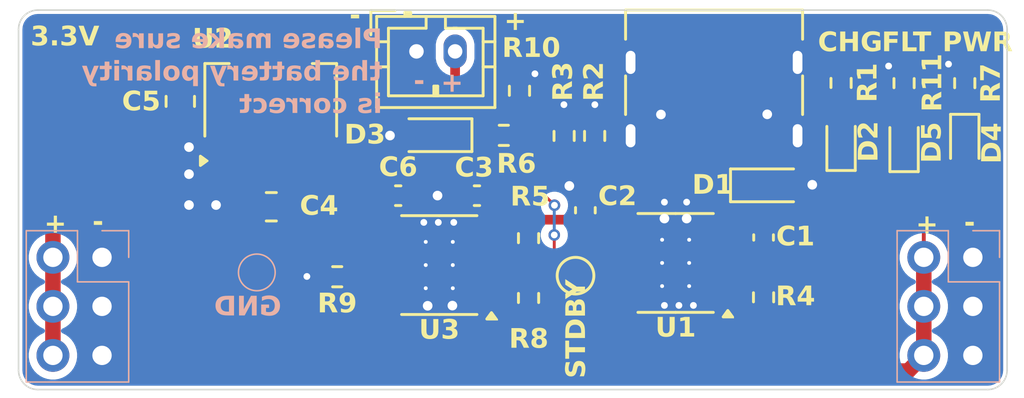
<source format=kicad_pcb>
(kicad_pcb (version 20241229) (generator "pcbnew") (generator_version "9.0")
  (title_block (title "BreadBat") (date "2025-05-19") (rev "v1.0.0") (company "oxnh"))
  (layers (0 "F.Cu" signal) (2 "B.Cu" signal) (13 "F.Paste" user) (15 "B.Paste" user) (5 "F.SilkS" user "F.Silkscreen") (7 "B.SilkS" user "B.Silkscreen") (1 "F.Mask" user) (3 "B.Mask" user) (25 "Edge.Cuts" user))
  (net 0 "")
  (net 1 "+BATT")
  (net 2 "GND")
  (net 3 "/PRTCD_BAT")
  (net 4 "+3.3V")
  (net 5 "/WLED_K")
  (net 6 "VBUS")
  (net 7 "/FAULT_A")
  (net 8 "/FAULT_K")
  (net 9 "/CHRG_A")
  (net 10 "/CHRG_K")
  (net 11 "/CC1")
  (net 12 "/CC2")
  (net 13 "/OV_TH")
  (net 14 "/CURRENT_LIMIT")
  (net 15 "/PROG")
  (net 17 "UV_TH")
  (net 18 "/STDBY")
  (footprint "Capacitor_SMD:C_0603_1608Metric" (layer "F.Cu") (at 117.1075 68.2075 -90)
    (property "Reference" "C1" (at -0.005 -1.65 0) (layer "F.SilkS") (effects (font (thickness 0.153))))
    (property "Value" "10u" (hide yes))
    (fp_line (start -0.14058 0.51) (end 0.14058 0.51) (stroke (width 0.15)) (layer "F.SilkS"))
    (fp_line (start -0.14058 -0.51) (end 0.14058 -0.51) (stroke (width 0.15)) (layer "F.SilkS"))
    (pad "1" smd roundrect (at -0.775 0 270) (size 0.9 0.95) (layers "F.Cu" "F.Mask" "F.Paste") (net 6 "VBUS"))
    (pad "2" smd roundrect (at 0.775 0 270) (size 0.9 0.95) (layers "F.Cu" "F.Mask" "F.Paste") (net 2 "GND"))
  )
  (footprint "TestPoint:TestPoint_Pad_D1.5mm" (layer "F.Cu") (at 107.3775 70.1875)
    (property "Reference" "TP1" (hide yes))
    (property "Value" "TestPoint" (hide yes))
    (fp_circle (center 0 0) (end 0 0.95) (stroke (width 0.15)) (fill no) (layer "F.SilkS"))
    (pad "1" smd circle (at 0 0) (size 1.5 1.5) (layers "F.Cu" "F.Mask") (net 18 "/STDBY"))
  )
  (footprint "Package_TO_SOT_SMD:SOT-223-3_TabPin2" (layer "F.Cu") (at 91.6075 61.1075 90)
    (property "Reference" "U2" (at 3.15 -3 180) (layer "F.SilkS") (effects (font (thickness 0.153))))
    (property "Value" "AMS1117-3.3" (hide yes))
    (fp_line (start 1.91 -3.41) (end 1.91 -2.15) (stroke (width 0.15)) (layer "F.SilkS"))
    (fp_line (start -1.85 -3.41) (end 1.91 -3.41) (stroke (width 0.15)) (layer "F.SilkS"))
    (fp_line (start 1.91 3.41) (end 1.91 2.15) (stroke (width 0.15)) (layer "F.SilkS"))
    (fp_line (start -1.85 3.41) (end 1.91 3.41) (stroke (width 0.15)) (layer "F.SilkS"))
    (fp_poly (pts (xy -3.13 -3.31) (xy -3.37 -3.64) (xy -2.89 -3.64) (xy -3.13 -3.31)) (stroke (width 0.15)) (fill yes) (layer "F.SilkS"))
    (pad "1" smd roundrect (at -3.15 -2.3 90) (size 2 1.5) (layers "F.Cu" "F.Mask" "F.Paste") (net 2 "GND"))
    (pad "2" smd roundrect (at -3.15 0 90) (size 2 1.5) (layers "F.Cu" "F.Mask" "F.Paste") (net 4 "+3.3V"))
    (pad "2" smd roundrect (at 3.15 0 90) (size 2 3.8) (layers "F.Cu" "F.Mask" "F.Paste") (net 4 "+3.3V"))
    (pad "3" smd roundrect (at -3.15 2.3 90) (size 2 1.5) (layers "F.Cu" "F.Mask" "F.Paste") (net 3 "/PRTCD_BAT"))
  )
  (footprint "Resistor_SMD:R_0603_1608Metric" (layer "F.Cu") (at 104.9475 68.2425 -90)
    (property "Reference" "R5" (at -2.105 -0.08 180) (layer "F.SilkS") (effects (font (thickness 0.153))))
    (property "Value" "68k" (hide yes))
    (fp_line (start -0.237258 0.5225) (end 0.237258 0.5225) (stroke (width 0.15)) (layer "F.SilkS"))
    (fp_line (start -0.237258 -0.5225) (end 0.237258 -0.5225) (stroke (width 0.15)) (layer "F.SilkS"))
    (pad "1" smd roundrect (at -0.825 0 270) (size 0.8 0.95) (layers "F.Cu" "F.Mask" "F.Paste") (net 1 "+BATT"))
    (pad "2" smd roundrect (at 0.825 0 270) (size 0.8 0.95) (layers "F.Cu" "F.Mask" "F.Paste") (net 17 "UV_TH"))
  )
  (footprint "Package_SO:SOIC-8-1EP_3.9x4.9mm_P1.27mm_EP2.41x3.3mm_ThermalVias" (layer "F.Cu") (at 100.3275 69.6375 180)
    (property "Reference" "U3" (at 0 -3.4 0) (layer "F.SilkS") (effects (font (thickness 0.153))))
    (property "Value" "TPS259621")
    (fp_line (start 0 2.56) (end 1.95 2.56) (stroke (width 0.15)) (layer "F.SilkS"))
    (fp_line (start 0 2.56) (end -1.95 2.56) (stroke (width 0.15)) (layer "F.SilkS"))
    (fp_line (start 0 -2.56) (end 1.95 -2.56) (stroke (width 0.15)) (layer "F.SilkS"))
    (fp_line (start 0 -2.56) (end -1.95 -2.56) (stroke (width 0.15)) (layer "F.SilkS"))
    (fp_poly (pts (xy -2.7 -2.465) (xy -2.94 -2.795) (xy -2.46 -2.795)) (stroke (width 0.15)) (fill yes) (layer "F.SilkS"))
    (pad "1" smd roundrect (at -2.475 -1.905 180) (size 1.95 0.6) (layers "F.Cu" "F.Mask" "F.Paste") (net 2 "GND"))
    (pad "2" smd roundrect (at -2.475 -0.635 180) (size 1.95 0.6) (layers "F.Cu" "F.Mask" "F.Paste"))
    (pad "3" smd roundrect (at -2.475 0.635 180) (size 1.95 0.6) (layers "F.Cu" "F.Mask" "F.Paste") (net 17 "UV_TH"))
    (pad "4" smd roundrect (at -2.475 1.905 180) (size 1.95 0.6) (layers "F.Cu" "F.Mask" "F.Paste") (net 1 "+BATT"))
    (pad "5" smd roundrect (at 2.475 1.905 180) (size 1.95 0.6) (layers "F.Cu" "F.Mask" "F.Paste") (net 3 "/PRTCD_BAT"))
    (pad "6" smd roundrect (at 2.475 0.635 180) (size 1.95 0.6) (layers "F.Cu" "F.Mask" "F.Paste") (net 8 "/FAULT_K"))
    (pad "7" smd roundrect (at 2.475 -0.635 180) (size 1.95 0.6) (layers "F.Cu" "F.Mask" "F.Paste") (net 14 "/CURRENT_LIMIT"))
    (pad "8" smd roundrect (at 2.475 -1.905 180) (size 1.95 0.6) (layers "F.Cu" "F.Mask" "F.Paste") (net 13 "/OV_TH"))
    (pad "9" thru_hole circle (at -0.7 -1.2 180) (size 0.5 0.5) (drill 0.2) (property pad_prop_heatsink) (layers "*.Cu") (net 2 "GND"))
    (pad "9" thru_hole circle (at -0.7 0 180) (size 0.5 0.5) (drill 0.2) (property pad_prop_heatsink) (layers "*.Cu") (net 2 "GND"))
    (pad "9" thru_hole circle (at -0.7 1.2 180) (size 0.5 0.5) (drill 0.2) (property pad_prop_heatsink) (layers "*.Cu") (net 2 "GND"))
    (pad "9" smd rect (at 0 0 180) (size 1.9 2.9) (property pad_prop_heatsink) (layers "B.Cu") (net 2 "GND"))
    (pad "9" smd rect (at 0 0 180) (size 2.41 3.3) (property pad_prop_heatsink) (layers "F.Cu" "F.Mask") (net 2 "GND"))
    (pad "9" thru_hole circle (at 0.7 -1.2 180) (size 0.5 0.5) (drill 0.2) (property pad_prop_heatsink) (layers "*.Cu") (net 2 "GND"))
    (pad "9" thru_hole circle (at 0.7 0 180) (size 0.5 0.5) (drill 0.2) (property pad_prop_heatsink) (layers "*.Cu") (net 2 "GND"))
    (pad "9" thru_hole circle (at 0.7 1.2 180) (size 0.5 0.5) (drill 0.2) (property pad_prop_heatsink) (layers "*.Cu") (net 2 "GND"))
  )
  (footprint "Resistor_SMD:R_0603_1608Metric" (layer "F.Cu") (at 117.1075 71.3075 -90)
    (property "Reference" "R4" (at -0.005 -1.65 180) (layer "F.SilkS") (effects (font (thickness 0.153))))
    (property "Value" "1k2" (hide yes))
    (fp_line (start -0.237258 0.5225) (end 0.237258 0.5225) (stroke (width 0.15)) (layer "F.SilkS"))
    (fp_line (start -0.237258 -0.5225) (end 0.237258 -0.5225) (stroke (width 0.15)) (layer "F.SilkS"))
    (pad "1" smd roundrect (at -0.825 0 270) (size 0.8 0.95) (layers "F.Cu" "F.Mask" "F.Paste") (net 15 "/PROG"))
    (pad "2" smd roundrect (at 0.825 0 270) (size 0.8 0.95) (layers "F.Cu" "F.Mask" "F.Paste") (net 2 "GND"))
  )
  (footprint "Capacitor_SMD:C_0805_2012Metric" (layer "F.Cu") (at 91.6375 66.6175 180)
    (property "Reference" "C4" (at -2.47 0 180) (layer "F.SilkS") (effects (font (thickness 0.153))))
    (property "Value" "22u" (hide yes))
    (fp_line (start -0.261252 0.735) (end 0.261252 0.735) (stroke (width 0.15)) (layer "F.SilkS"))
    (fp_line (start -0.261252 -0.735) (end 0.261252 -0.735) (stroke (width 0.15)) (layer "F.SilkS"))
    (pad "1" smd roundrect (at -0.95 0 180) (size 1 1.45) (layers "F.Cu" "F.Mask" "F.Paste") (net 3 "/PRTCD_BAT"))
    (pad "2" smd roundrect (at 0.95 0 180) (size 1 1.45) (layers "F.Cu" "F.Mask" "F.Paste") (net 2 "GND"))
  )
  (footprint "Resistor_SMD:R_0603_1608Metric" (layer "F.Cu") (at 103.6675 62.9175 180)
    (property "Reference" "R6" (at -0.65 -1.52 0) (layer "F.SilkS") (effects (font (thickness 0.153))))
    (property "Value" "120k" (hide yes))
    (fp_line (start -0.237258 0.5225) (end 0.237258 0.5225) (stroke (width 0.15)) (layer "F.SilkS"))
    (fp_line (start -0.237258 -0.5225) (end 0.237258 -0.5225) (stroke (width 0.15)) (layer "F.SilkS"))
    (pad "1" smd roundrect (at -0.825 0 180) (size 0.8 0.95) (layers "F.Cu" "F.Mask" "F.Paste") (net 13 "/OV_TH"))
    (pad "2" smd roundrect (at 0.825 0 180) (size 0.8 0.95) (layers "F.Cu" "F.Mask" "F.Paste") (net 1 "+BATT"))
  )
  (footprint "breadbat:JST_PH_B2B-PH-K_1x02_P2.00mm_Vertical" (layer "F.Cu") (at 99.1475 58.5675)
    (property "Reference" "BT1" (hide yes))
    (property "Value" "Battery_Cell" (hide yes))
    (fp_line (start -2.36 -2.11) (end -2.36 -0.86) (stroke (width 0.15)) (layer "F.SilkS"))
    (fp_line (start -2.06 -1.81) (end -2.06 2.91) (stroke (width 0.15)) (layer "F.SilkS"))
    (fp_line (start -2.06 -0.5) (end -1.45 -0.5) (stroke (width 0.15)) (layer "F.SilkS"))
    (fp_line (start -2.06 0.8) (end -1.45 0.8) (stroke (width 0.15)) (layer "F.SilkS"))
    (fp_line (start -2.06 2.91) (end 4.06 2.91) (stroke (width 0.15)) (layer "F.SilkS"))
    (fp_line (start -1.45 -1.2) (end -1.45 2.3) (stroke (width 0.15)) (layer "F.SilkS"))
    (fp_line (start -1.45 2.3) (end 3.45 2.3) (stroke (width 0.15)) (layer "F.SilkS"))
    (fp_line (start -1.11 -2.11) (end -2.36 -2.11) (stroke (width 0.15)) (layer "F.SilkS"))
    (fp_line (start -0.6 -2.01) (end -0.6 -1.81) (stroke (width 0.15)) (layer "F.SilkS"))
    (fp_line (start -0.3 -2.01) (end -0.6 -2.01) (stroke (width 0.15)) (layer "F.SilkS"))
    (fp_line (start -0.3 -1.91) (end -0.6 -1.91) (stroke (width 0.15)) (layer "F.SilkS"))
    (fp_line (start -0.3 -1.81) (end -0.3 -2.01) (stroke (width 0.15)) (layer "F.SilkS"))
    (fp_line (start 0.5 -1.81) (end 0.5 -1.2) (stroke (width 0.15)) (layer "F.SilkS"))
    (fp_line (start 0.5 -1.2) (end -1.45 -1.2) (stroke (width 0.15)) (layer "F.SilkS"))
    (fp_line (start 0.9 1.8) (end 1.1 1.8) (stroke (width 0.15)) (layer "F.SilkS"))
    (fp_line (start 0.9 2.3) (end 0.9 1.8) (stroke (width 0.15)) (layer "F.SilkS"))
    (fp_line (start 1 2.3) (end 1 1.8) (stroke (width 0.15)) (layer "F.SilkS"))
    (fp_line (start 1.1 1.8) (end 1.1 2.3) (stroke (width 0.15)) (layer "F.SilkS"))
    (fp_line (start 1.5 -1.2) (end 1.5 -1.81) (stroke (width 0.15)) (layer "F.SilkS"))
    (fp_line (start 3.45 -1.2) (end 1.5 -1.2) (stroke (width 0.15)) (layer "F.SilkS"))
    (fp_line (start 3.45 2.3) (end 3.45 -1.2) (stroke (width 0.15)) (layer "F.SilkS"))
    (fp_line (start 4.06 -1.81) (end -2.06 -1.81) (stroke (width 0.15)) (layer "F.SilkS"))
    (fp_line (start 4.06 -0.5) (end 3.45 -0.5) (stroke (width 0.15)) (layer "F.SilkS"))
    (fp_line (start 4.06 0.8) (end 3.45 0.8) (stroke (width 0.15)) (layer "F.SilkS"))
    (fp_line (start 4.06 2.91) (end 4.06 -1.81) (stroke (width 0.15)) (layer "F.SilkS"))
    (pad "1" thru_hole oval (at 2 0) (size 1.2 1.75) (drill 0.75) (layers "*.Cu" "*.Mask") (net 1 "+BATT"))
    (pad "2" thru_hole roundrect (at 0 0) (size 1.2 1.75) (drill 0.75) (layers "*.Cu" "*.Mask") (roundrect_rratio 0.208333) (net 2 "GND"))
  )
  (footprint "Resistor_SMD:R_0603_1608Metric" (layer "F.Cu") (at 104.9475 71.3425 -90)
    (property "Reference" "R8" (at 2.165 -0.01 180) (layer "F.SilkS") (effects (font (thickness 0.153))))
    (property "Value" "47k" (hide yes))
    (fp_line (start -0.237258 0.5225) (end 0.237258 0.5225) (stroke (width 0.15)) (layer "F.SilkS"))
    (fp_line (start -0.237258 -0.5225) (end 0.237258 -0.5225) (stroke (width 0.15)) (layer "F.SilkS"))
    (pad "1" smd roundrect (at -0.825 0 270) (size 0.8 0.95) (layers "F.Cu" "F.Mask" "F.Paste") (net 17 "UV_TH"))
    (pad "2" smd roundrect (at 0.825 0 270) (size 0.8 0.95) (layers "F.Cu" "F.Mask" "F.Paste") (net 2 "GND"))
  )
  (footprint "Diode_SMD:D_SOD-323_HandSoldering" (layer "F.Cu") (at 100.0075 62.9075 180)
    (property "Reference" "D3" (at 3.53 -0.02 180) (layer "F.SilkS") (effects (font (thickness 0.153))))
    (property "Value" "D_TVS" (hide yes))
    (fp_line (start -2.01 0.85) (end 1.25 0.85) (stroke (width 0.15)) (layer "F.SilkS"))
    (fp_line (start -2.01 -0.85) (end 1.25 -0.85) (stroke (width 0.15)) (layer "F.SilkS"))
    (fp_line (start -2.01 -0.85) (end -2.01 0.85) (stroke (width 0.15)) (layer "F.SilkS"))
    (pad "1" smd roundrect (at -1.25 0 180) (size 1 1) (layers "F.Cu" "F.Mask" "F.Paste") (net 1 "+BATT"))
    (pad "2" smd roundrect (at 1.25 0 180) (size 1 1) (layers "F.Cu" "F.Mask" "F.Paste") (net 2 "GND"))
  )
  (footprint "Resistor_SMD:R_0603_1608Metric" (layer "F.Cu") (at 95.0475 70.2425 180)
    (property "Reference" "R9" (at 0 -1.43 0) (layer "F.SilkS") (effects (font (thickness 0.153))))
    (property "Value" "3k3" (hide yes))
    (fp_line (start -0.237258 0.5225) (end 0.237258 0.5225) (stroke (width 0.15)) (layer "F.SilkS"))
    (fp_line (start -0.237258 -0.5225) (end 0.237258 -0.5225) (stroke (width 0.15)) (layer "F.SilkS"))
    (pad "1" smd roundrect (at -0.825 0 180) (size 0.8 0.95) (layers "F.Cu" "F.Mask" "F.Paste") (net 14 "/CURRENT_LIMIT"))
    (pad "2" smd roundrect (at 0.825 0 180) (size 0.8 0.95) (layers "F.Cu" "F.Mask" "F.Paste") (net 2 "GND"))
  )
  (footprint "LED_SMD:LED_0603_1608Metric" (layer "F.Cu") (at 121.1175 63.2525 90)
    (property "Reference" "D2" (at 0.015 1.47 90) (layer "F.SilkS") (effects (font (thickness 0.153))))
    (property "Value" "ORANGE" (hide yes))
    (fp_line (start 0.8 -0.735) (end -1.485 -0.735) (stroke (width 0.15)) (layer "F.SilkS"))
    (fp_line (start -1.485 -0.735) (end -1.485 0.735) (stroke (width 0.15)) (layer "F.SilkS"))
    (fp_line (start -1.485 0.735) (end 0.8 0.735) (stroke (width 0.15)) (layer "F.SilkS"))
    (pad "1" smd roundrect (at -0.7875 0 90) (size 0.875 0.95) (layers "F.Cu" "F.Mask" "F.Paste") (net 10 "/CHRG_K"))
    (pad "2" smd roundrect (at 0.7875 0 90) (size 0.875 0.95) (layers "F.Cu" "F.Mask" "F.Paste") (net 9 "/CHRG_A"))
  )
  (footprint "Diode_SMD:D_SOD-323_HandSoldering" (layer "F.Cu") (at 117.4075 65.5075)
    (property "Reference" "D1" (at -2.93 0.02 0) (layer "F.SilkS") (effects (font (thickness 0.153))))
    (property "Value" "D_TVS" (hide yes))
    (fp_line (start -2.01 -0.85) (end -2.01 0.85) (stroke (width 0.15)) (layer "F.SilkS"))
    (fp_line (start -2.01 -0.85) (end 1.25 -0.85) (stroke (width 0.15)) (layer "F.SilkS"))
    (fp_line (start -2.01 0.85) (end 1.25 0.85) (stroke (width 0.15)) (layer "F.SilkS"))
    (pad "1" smd roundrect (at -1.25 0) (size 1 1) (layers "F.Cu" "F.Mask" "F.Paste") (net 6 "VBUS"))
    (pad "2" smd roundrect (at 1.25 0) (size 1 1) (layers "F.Cu" "F.Mask" "F.Paste") (net 2 "GND"))
  )
  (footprint "LED_SMD:LED_0603_1608Metric" (layer "F.Cu") (at 127.5175 63.3125 -90)
    (property "Reference" "D4" (at 0.01 -1.45 90) (layer "F.SilkS") (effects (font (thickness 0.153))))
    (property "Value" "WHITE" (hide yes))
    (fp_line (start -1.485 0.735) (end 0.8 0.735) (stroke (width 0.15)) (layer "F.SilkS"))
    (fp_line (start -1.485 -0.735) (end -1.485 0.735) (stroke (width 0.15)) (layer "F.SilkS"))
    (fp_line (start 0.8 -0.735) (end -1.485 -0.735) (stroke (width 0.15)) (layer "F.SilkS"))
    (pad "1" smd roundrect (at -0.7875 0 270) (size 0.875 0.95) (layers "F.Cu" "F.Mask" "F.Paste") (net 5 "/WLED_K"))
    (pad "2" smd roundrect (at 0.7875 0 270) (size 0.875 0.95) (layers "F.Cu" "F.Mask" "F.Paste") (net 4 "+3.3V"))
  )
  (footprint "Resistor_SMD:R_0603_1608Metric" (layer "F.Cu") (at 104.4775 60.6075 90)
    (property "Reference" "R10" (at 2.17 0.61 180) (layer "F.SilkS") (effects (font (thickness 0.153))))
    (property "Value" "47k" (hide yes))
    (fp_line (start -0.237258 -0.5225) (end 0.237258 -0.5225) (stroke (width 0.15)) (layer "F.SilkS"))
    (fp_line (start -0.237258 0.5225) (end 0.237258 0.5225) (stroke (width 0.15)) (layer "F.SilkS"))
    (pad "1" smd roundrect (at -0.825 0 90) (size 0.8 0.95) (layers "F.Cu" "F.Mask" "F.Paste") (net 13 "/OV_TH"))
    (pad "2" smd roundrect (at 0.825 0 90) (size 0.8 0.95) (layers "F.Cu" "F.Mask" "F.Paste") (net 2 "GND"))
  )
  (footprint "Capacitor_SMD:C_0603_1608Metric" (layer "F.Cu") (at 107.8875 66.7975 90)
    (property "Reference" "C2" (at 0.68 1.66 0) (layer "F.SilkS") (effects (font (thickness 0.153))))
    (property "Value" "10u" (hide yes))
    (fp_line (start -0.14058 -0.51) (end 0.14058 -0.51) (stroke (width 0.15)) (layer "F.SilkS"))
    (fp_line (start -0.14058 0.51) (end 0.14058 0.51) (stroke (width 0.15)) (layer "F.SilkS"))
    (pad "1" smd roundrect (at -0.775 0 90) (size 0.9 0.95) (layers "F.Cu" "F.Mask" "F.Paste") (net 1 "+BATT"))
    (pad "2" smd roundrect (at 0.775 0 90) (size 0.9 0.95) (layers "F.Cu" "F.Mask" "F.Paste") (net 2 "GND"))
  )
  (footprint "Resistor_SMD:R_0603_1608Metric" (layer "F.Cu") (at 108.3675 62.9475 90)
    (property "Reference" "R2" (at 2.82 0.01 90) (layer "F.SilkS") (effects (font (thickness 0.153))))
    (property "Value" "5k1" (hide yes))
    (fp_line (start -0.237258 -0.5225) (end 0.237258 -0.5225) (stroke (width 0.15)) (layer "F.SilkS"))
    (fp_line (start -0.237258 0.5225) (end 0.237258 0.5225) (stroke (width 0.15)) (layer "F.SilkS"))
    (pad "1" smd roundrect (at -0.825 0 90) (size 0.8 0.95) (layers "F.Cu" "F.Mask" "F.Paste") (net 12 "/CC2"))
    (pad "2" smd roundrect (at 0.825 0 90) (size 0.8 0.95) (layers "F.Cu" "F.Mask" "F.Paste") (net 2 "GND"))
  )
  (footprint "Resistor_SMD:R_0603_1608Metric" (layer "F.Cu") (at 124.3775 60.2125 -90)
    (property "Reference" "R11" (at -0.025 -1.51 90) (layer "F.SilkS") (effects (font (thickness 0.153))))
    (property "Value" "1k2" (hide yes))
    (fp_line (start -0.237258 0.5225) (end 0.237258 0.5225) (stroke (width 0.15)) (layer "F.SilkS"))
    (fp_line (start -0.237258 -0.5225) (end 0.237258 -0.5225) (stroke (width 0.15)) (layer "F.SilkS"))
    (pad "1" smd roundrect (at -0.825 0 270) (size 0.8 0.95) (layers "F.Cu" "F.Mask" "F.Paste") (net 2 "GND"))
    (pad "2" smd roundrect (at 0.825 0 270) (size 0.8 0.95) (layers "F.Cu" "F.Mask" "F.Paste") (net 7 "/FAULT_A"))
  )
  (footprint "Capacitor_SMD:C_0603_1608Metric" (layer "F.Cu") (at 102.2775 66.0425 180)
    (property "Reference" "C3" (at 0.15 1.405 0) (layer "F.SilkS") (effects (font (thickness 0.153))))
    (property "Value" "100n" (hide yes))
    (fp_line (start -0.14058 0.51) (end 0.14058 0.51) (stroke (width 0.15)) (layer "F.SilkS"))
    (fp_line (start -0.14058 -0.51) (end 0.14058 -0.51) (stroke (width 0.15)) (layer "F.SilkS"))
    (pad "1" smd roundrect (at -0.775 0 180) (size 0.9 0.95) (layers "F.Cu" "F.Mask" "F.Paste") (net 1 "+BATT"))
    (pad "2" smd roundrect (at 0.775 0 180) (size 0.9 0.95) (layers "F.Cu" "F.Mask" "F.Paste") (net 2 "GND"))
  )
  (footprint "LED_SMD:LED_0603_1608Metric" (layer "F.Cu") (at 124.3775 63.3125 90)
    (property "Reference" "D5" (at 0.025 1.48 90) (layer "F.SilkS") (effects (font (thickness 0.153))))
    (property "Value" "RED" (hide yes))
    (fp_line (start 0.8 -0.735) (end -1.485 -0.735) (stroke (width 0.15)) (layer "F.SilkS"))
    (fp_line (start -1.485 -0.735) (end -1.485 0.735) (stroke (width 0.15)) (layer "F.SilkS"))
    (fp_line (start -1.485 0.735) (end 0.8 0.735) (stroke (width 0.15)) (layer "F.SilkS"))
    (pad "1" smd roundrect (at -0.7875 0 90) (size 0.875 0.95) (layers "F.Cu" "F.Mask" "F.Paste") (net 8 "/FAULT_K"))
    (pad "2" smd roundrect (at 0.7875 0 90) (size 0.875 0.95) (layers "F.Cu" "F.Mask" "F.Paste") (net 7 "/FAULT_A"))
  )
  (footprint "Capacitor_SMD:C_0805_2012Metric" (layer "F.Cu") (at 86.9275 61.1575 -90)
    (property "Reference" "C5" (at 0.05 2.02 180) (layer "F.SilkS") (effects (font (thickness 0.153))))
    (property "Value" "22u" (hide yes))
    (fp_line (start -0.261252 0.735) (end 0.261252 0.735) (stroke (width 0.15)) (layer "F.SilkS"))
    (fp_line (start -0.261252 -0.735) (end 0.261252 -0.735) (stroke (width 0.15)) (layer "F.SilkS"))
    (pad "1" smd roundrect (at -0.95 0 270) (size 1 1.45) (layers "F.Cu" "F.Mask" "F.Paste") (net 4 "+3.3V"))
    (pad "2" smd roundrect (at 0.95 0 270) (size 1 1.45) (layers "F.Cu" "F.Mask" "F.Paste") (net 2 "GND"))
  )
  (footprint "Connector_USB:USB_C_Receptacle_HRO_TYPE-C-31-M-17" (layer "F.Cu") (at 114.5475 59.9375 180)
    (property "Reference" "J1" (hide yes))
    (property "Value" "USB_C_Receptacle_PowerOnly_6P" (hide yes))
    (fp_line (start 4.58 2) (end 4.58 3.51) (stroke (width 0.15)) (layer "F.SilkS"))
    (fp_line (start 4.58 -1.9) (end 4.58 0.1) (stroke (width 0.15)) (layer "F.SilkS"))
    (fp_line (start -4.58 3.51) (end 4.58 3.51) (stroke (width 0.15)) (layer "F.SilkS"))
    (fp_line (start -4.58 2) (end -4.58 3.51) (stroke (width 0.15)) (layer "F.SilkS"))
    (fp_line (start -4.58 -1.9) (end -4.58 0.1) (stroke (width 0.15)) (layer "F.SilkS"))
    (pad "A5" smd roundrect (at -0.5 -3.18 180) (size 0.7 1.6) (layers "F.Cu" "F.Mask" "F.Paste") (net 11 "/CC1"))
    (pad "A9" smd roundrect (at 1.52 -3.18 180) (size 0.8 1.6) (layers "F.Cu" "F.Mask" "F.Paste") (net 6 "VBUS"))
    (pad "A12" smd roundrect (at 2.75 -3.18 180) (size 0.9 1.6) (layers "F.Cu" "F.Mask" "F.Paste") (net 2 "GND"))
    (pad "B5" smd roundrect (at 0.5 -3.18 180) (size 0.7 1.6) (layers "F.Cu" "F.Mask" "F.Paste") (net 12 "/CC2"))
    (pad "B9" smd roundrect (at -1.52 -3.18 180) (size 0.8 1.6) (layers "F.Cu" "F.Mask" "F.Paste") (net 6 "VBUS"))
    (pad "B12" smd roundrect (at -2.75 -3.18 180) (size 0.9 1.6) (layers "F.Cu" "F.Mask" "F.Paste") (net 2 "GND"))
    (pad "S1" thru_hole oval (at -4.32 -3 180) (size 1 1.7) (drill oval 0.5 1.2) (property pad_prop_heatsink) (layers "*.Cu" "*.Mask") (net 2 "GND"))
    (pad "S1" thru_hole oval (at -4.32 0.8 180) (size 1 1.7) (drill oval 0.5 1.2) (property pad_prop_heatsink) (layers "*.Cu" "*.Mask") (net 2 "GND"))
    (pad "S1" thru_hole oval (at 4.32 -3 180) (size 1 1.7) (drill oval 0.5 1.2) (property pad_prop_heatsink) (layers "*.Cu" "*.Mask") (net 2 "GND"))
    (pad "S1" thru_hole oval (at 4.32 0.8 180) (size 1 1.7) (drill oval 0.5 1.2) (property pad_prop_heatsink) (layers "*.Cu" "*.Mask") (net 2 "GND"))
  )
  (footprint "Resistor_SMD:R_0603_1608Metric" (layer "F.Cu") (at 127.5175 60.2125 90)
    (property "Reference" "R7" (at 0.005 1.4 90) (layer "F.SilkS") (effects (font (thickness 0.153))))
    (property "Value" "1k2" (hide yes))
    (fp_line (start -0.237258 -0.5225) (end 0.237258 -0.5225) (stroke (width 0.15)) (layer "F.SilkS"))
    (fp_line (start -0.237258 0.5225) (end 0.237258 0.5225) (stroke (width 0.15)) (layer "F.SilkS"))
    (pad "1" smd roundrect (at -0.825 0 90) (size 0.8 0.95) (layers "F.Cu" "F.Mask" "F.Paste") (net 5 "/WLED_K"))
    (pad "2" smd roundrect (at 0.825 0 90) (size 0.8 0.95) (layers "F.Cu" "F.Mask" "F.Paste") (net 2 "GND"))
  )
  (footprint "Capacitor_SMD:C_0603_1608Metric" (layer "F.Cu") (at 98.2025 66.0425)
    (property "Reference" "C6" (at 0 -1.43 0) (layer "F.SilkS") (effects (font (thickness 0.153))))
    (property "Value" "1u" (hide yes))
    (fp_line (start -0.14058 -0.51) (end 0.14058 -0.51) (stroke (width 0.15)) (layer "F.SilkS"))
    (fp_line (start -0.14058 0.51) (end 0.14058 0.51) (stroke (width 0.15)) (layer "F.SilkS"))
    (pad "1" smd roundrect (at -0.775 0) (size 0.9 0.95) (layers "F.Cu" "F.Mask" "F.Paste") (net 3 "/PRTCD_BAT"))
    (pad "2" smd roundrect (at 0.775 0) (size 0.9 0.95) (layers "F.Cu" "F.Mask" "F.Paste") (net 2 "GND"))
  )
  (footprint "Package_SO:SOIC-8-1EP_3.9x4.9mm_P1.27mm_EP2.41x3.3mm_ThermalVias" (layer "F.Cu") (at 112.5575 69.5275 180)
    (property "Reference" "U1" (at 0 -3.4 0) (layer "F.SilkS") (effects (font (thickness 0.153))))
    (property "Value" "TP4056-42-ESOP8" (hide yes))
    (fp_line (start 0 2.56) (end 1.95 2.56) (stroke (width 0.15)) (layer "F.SilkS"))
    (fp_line (start 0 2.56) (end -1.95 2.56) (stroke (width 0.15)) (layer "F.SilkS"))
    (fp_line (start 0 -2.56) (end 1.95 -2.56) (stroke (width 0.15)) (layer "F.SilkS"))
    (fp_line (start 0 -2.56) (end -1.95 -2.56) (stroke (width 0.15)) (layer "F.SilkS"))
    (fp_poly (pts (xy -2.7 -2.465) (xy -2.94 -2.795) (xy -2.46 -2.795)) (stroke (width 0.15)) (fill yes) (layer "F.SilkS"))
    (pad "1" smd roundrect (at -2.475 -1.905 180) (size 1.95 0.6) (layers "F.Cu" "F.Mask" "F.Paste") (net 2 "GND"))
    (pad "2" smd roundrect (at -2.475 -0.635 180) (size 1.95 0.6) (layers "F.Cu" "F.Mask" "F.Paste") (net 15 "/PROG"))
    (pad "3" smd roundrect (at -2.475 0.635 180) (size 1.95 0.6) (layers "F.Cu" "F.Mask" "F.Paste") (net 2 "GND"))
    (pad "4" smd roundrect (at -2.475 1.905 180) (size 1.95 0.6) (layers "F.Cu" "F.Mask" "F.Paste") (net 6 "VBUS"))
    (pad "5" smd roundrect (at 2.475 1.905 180) (size 1.95 0.6) (layers "F.Cu" "F.Mask" "F.Paste") (net 1 "+BATT"))
    (pad "6" smd roundrect (at 2.475 0.635 180) (size 1.95 0.6) (layers "F.Cu" "F.Mask" "F.Paste") (net 18 "/STDBY"))
    (pad "7" smd roundrect (at 2.475 -0.635 180) (size 1.95 0.6) (layers "F.Cu" "F.Mask" "F.Paste") (net 10 "/CHRG_K"))
    (pad "8" smd roundrect (at 2.475 -1.905 180) (size 1.95 0.6) (layers "F.Cu" "F.Mask" "F.Paste") (net 6 "VBUS"))
    (pad "9" thru_hole circle (at -0.7 -1.2 180) (size 0.5 0.5) (drill 0.2) (property pad_prop_heatsink) (layers "*.Cu") (net 2 "GND"))
    (pad "9" thru_hole circle (at -0.7 0 180) (size 0.5 0.5) (drill 0.2) (property pad_prop_heatsink) (layers "*.Cu") (net 2 "GND"))
    (pad "9" thru_hole circle (at -0.7 1.2 180) (size 0.5 0.5) (drill 0.2) (property pad_prop_heatsink) (layers "*.Cu") (net 2 "GND"))
    (pad "9" smd rect (at 0 0 180) (size 1.9 2.9) (property pad_prop_heatsink) (layers "B.Cu") (net 2 "GND"))
    (pad "9" smd rect (at 0 0 180) (size 2.41 3.3) (property pad_prop_heatsink) (layers "F.Cu" "F.Mask") (net 2 "GND"))
    (pad "9" thru_hole circle (at 0.7 -1.2 180) (size 0.5 0.5) (drill 0.2) (property pad_prop_heatsink) (layers "*.Cu") (net 2 "GND"))
    (pad "9" thru_hole circle (at 0.7 0 180) (size 0.5 0.5) (drill 0.2) (property pad_prop_heatsink) (layers "*.Cu") (net 2 "GND"))
    (pad "9" thru_hole circle (at 0.7 1.2 180) (size 0.5 0.5) (drill 0.2) (property pad_prop_heatsink) (layers "*.Cu") (net 2 "GND"))
  )
  (footprint "Resistor_SMD:R_0603_1608Metric" (layer "F.Cu") (at 121.1175 60.2025 -90)
    (property "Reference" "R1" (at -0.015 -1.42 90) (layer "F.SilkS") (effects (font (thickness 0.153))))
    (property "Value" "1k2" (hide yes))
    (fp_line (start -0.237258 0.5225) (end 0.237258 0.5225) (stroke (width 0.15)) (layer "F.SilkS"))
    (fp_line (start -0.237258 -0.5225) (end 0.237258 -0.5225) (stroke (width 0.15)) (layer "F.SilkS"))
    (pad "1" smd roundrect (at -0.825 0 270) (size 0.8 0.95) (layers "F.Cu" "F.Mask" "F.Paste") (net 6 "VBUS"))
    (pad "2" smd roundrect (at 0.825 0 270) (size 0.8 0.95) (layers "F.Cu" "F.Mask" "F.Paste") (net 9 "/CHRG_A"))
  )
  (footprint "Resistor_SMD:R_0603_1608Metric" (layer "F.Cu") (at 106.7875 62.9475 90)
    (property "Reference" "R3" (at 2.82 -0.01 90) (layer "F.SilkS") (effects (font (thickness 0.153))))
    (property "Value" "5k1" (hide yes))
    (fp_line (start -0.237258 -0.5225) (end 0.237258 -0.5225) (stroke (width 0.15)) (layer "F.SilkS"))
    (fp_line (start -0.237258 0.5225) (end 0.237258 0.5225) (stroke (width 0.15)) (layer "F.SilkS"))
    (pad "1" smd roundrect (at -0.825 0 90) (size 0.8 0.95) (layers "F.Cu" "F.Mask" "F.Paste") (net 11 "/CC1"))
    (pad "2" smd roundrect (at 0.825 0 90) (size 0.8 0.95) (layers "F.Cu" "F.Mask" "F.Paste") (net 2 "GND"))
  )
  (footprint "Connector_PinHeader_2.54mm:PinHeader_2x03_P2.54mm_Vertical" (layer "B.Cu") (at 82.8775 69.2375 180)
    (property "Reference" "J2" (hide yes))
    (property "Value" "Conn_02x03_Odd_Even" (hide yes))
    (fp_line (start 3.92 1.38) (end 3.92 -6.46) (stroke (width 0.08)) (layer "B.SilkS"))
    (fp_line (start 1.27 1.38) (end 3.92 1.38) (stroke (width 0.08)) (layer "B.SilkS"))
    (fp_line (start 1.27 -1.27) (end 1.27 1.38) (stroke (width 0.08)) (layer "B.SilkS"))
    (fp_line (start -1.38 1.38) (end 0 1.38) (stroke (width 0.08)) (layer "B.SilkS"))
    (fp_line (start -1.38 0) (end -1.38 1.38) (stroke (width 0.08)) (layer "B.SilkS"))
    (fp_line (start -1.38 -1.27) (end 1.27 -1.27) (stroke (width 0.08)) (layer "B.SilkS"))
    (fp_line (start -1.38 -1.27) (end -1.38 -6.46) (stroke (width 0.08)) (layer "B.SilkS"))
    (fp_line (start -1.38 -6.46) (end 3.92 -6.46) (stroke (width 0.08)) (layer "B.SilkS"))
    (pad "1" thru_hole rect (at 0 0 180) (size 1.7 1.7) (drill 1) (layers "*.Cu" "*.Mask") (net 2 "GND"))
    (pad "2" thru_hole circle (at 2.54 0 180) (size 1.7 1.7) (drill 1) (layers "*.Cu" "*.Mask") (net 4 "+3.3V"))
    (pad "3" thru_hole circle (at 0 -2.54 180) (size 1.7 1.7) (drill 1) (layers "*.Cu" "*.Mask") (net 2 "GND"))
    (pad "4" thru_hole circle (at 2.54 -2.54 180) (size 1.7 1.7) (drill 1) (layers "*.Cu" "*.Mask") (net 4 "+3.3V"))
    (pad "5" thru_hole circle (at 0 -5.08 180) (size 1.7 1.7) (drill 1) (layers "*.Cu" "*.Mask") (net 2 "GND"))
    (pad "6" thru_hole circle (at 2.54 -5.08 180) (size 1.7 1.7) (drill 1) (layers "*.Cu" "*.Mask") (net 4 "+3.3V"))
  )
  (footprint "Connector_PinHeader_2.54mm:PinHeader_2x03_P2.54mm_Vertical" (layer "B.Cu") (at 127.9375 69.2375 180)
    (property "Reference" "J3" (hide yes))
    (property "Value" "Conn_02x03_Odd_Even" (hide yes))
    (fp_line (start 3.92 1.38) (end 3.92 -6.46) (stroke (width 0.08)) (layer "B.SilkS"))
    (fp_line (start 1.27 1.38) (end 3.92 1.38) (stroke (width 0.08)) (layer "B.SilkS"))
    (fp_line (start 1.27 -1.27) (end 1.27 1.38) (stroke (width 0.08)) (layer "B.SilkS"))
    (fp_line (start -1.38 1.38) (end 0 1.38) (stroke (width 0.08)) (layer "B.SilkS"))
    (fp_line (start -1.38 0) (end -1.38 1.38) (stroke (width 0.08)) (layer "B.SilkS"))
    (fp_line (start -1.38 -1.27) (end 1.27 -1.27) (stroke (width 0.08)) (layer "B.SilkS"))
    (fp_line (start -1.38 -1.27) (end -1.38 -6.46) (stroke (width 0.08)) (layer "B.SilkS"))
    (fp_line (start -1.38 -6.46) (end 3.92 -6.46) (stroke (width 0.08)) (layer "B.SilkS"))
    (pad "1" thru_hole rect (at 0 0 180) (size 1.7 1.7) (drill 1) (layers "*.Cu" "*.Mask") (net 2 "GND"))
    (pad "2" thru_hole circle (at 2.54 0 180) (size 1.7 1.7) (drill 1) (layers "*.Cu" "*.Mask") (net 4 "+3.3V"))
    (pad "3" thru_hole circle (at 0 -2.54 180) (size 1.7 1.7) (drill 1) (layers "*.Cu" "*.Mask") (net 2 "GND"))
    (pad "4" thru_hole circle (at 2.54 -2.54 180) (size 1.7 1.7) (drill 1) (layers "*.Cu" "*.Mask") (net 4 "+3.3V"))
    (pad "5" thru_hole circle (at 0 -5.08 180) (size 1.7 1.7) (drill 1) (layers "*.Cu" "*.Mask") (net 2 "GND"))
    (pad "6" thru_hole circle (at 2.54 -5.08 180) (size 1.7 1.7) (drill 1) (layers "*.Cu" "*.Mask") (net 4 "+3.3V"))
  )
  (footprint "TestPoint:TestPoint_Pad_D1.5mm" (layer "B.Cu") (at 90.8875 70.0175 180)
    (property "Reference" "TP2" (hide yes))
    (property "Value" "TestPoint" (hide yes))
    (fp_circle (center 0 0) (end 0 -0.95) (stroke (width 0.08)) (fill no) (layer "B.SilkS"))
    (pad "1" smd circle (at 0 0 180) (size 1.5 1.5) (layers "B.Cu" "B.Mask") (net 2 "GND"))
  )
  (gr_line (start 128.7075 56.4275) (end 79.5575 56.4275) (stroke (width 0.08)) (layer "Edge.Cuts"))
  (gr_line (start 78.5575 57.4275) (end 78.5575 75.0875) (stroke (width 0.08)) (layer "Edge.Cuts"))
  (gr_arc (start 78.5575 57.4275) (mid 78.850393 56.720393) (end 79.5575 56.4275) (stroke (width 0.08)) (layer "Edge.Cuts"))
  (gr_arc (start 79.5575 76.0875) (mid 78.850393 75.794607) (end 78.5575 75.0875) (stroke (width 0.08)) (layer "Edge.Cuts"))
  (gr_arc (start 128.7075 56.4275) (mid 129.414607 56.720393) (end 129.7075 57.4275) (stroke (width 0.08)) (layer "Edge.Cuts"))
  (gr_line (start 79.5575 76.0875) (end 128.7075 76.0875) (stroke (width 0.08)) (layer "Edge.Cuts"))
  (gr_line (start 129.7075 75.0875) (end 129.7075 57.4275) (stroke (width 0.08)) (layer "Edge.Cuts"))
  (gr_arc (start 129.7075 75.0875) (mid 129.414607 75.794607) (end 128.7075 76.0875) (stroke (width 0.08)) (layer "Edge.Cuts"))
  (gr_text "FLT" (at 123.2175 58.7275 0) (layer "F.SilkS") (effects (font (size 1 1) (thickness 0.153) (bold yes)) (justify left bottom)))
  (gr_text "+" (at 103.6775 57.6275 0) (layer "F.SilkS") (effects (font (size 1 1) (thickness 0.153) (bold yes)) (justify left bottom)))
  (gr_text "-" (at 127.4775 68.06692 0) (layer "F.SilkS") (effects (font (size 1 1) (thickness 0.153) (bold yes)) (justify left bottom)))
  (gr_text "3.3V" (at 79.1775 58.4275 0) (layer "F.SilkS") (effects (font (size 1 1) (thickness 0.153) (bold yes)) (justify left bottom)))
  (gr_text "PWR" (at 126.3575 58.7275 0) (layer "F.SilkS") (effects (font (size 1 1) (thickness 0.153) (bold yes)) (justify left bottom)))
  (gr_text "-" (at 95.6775 57.3275 0) (layer "F.SilkS") (effects (font (size 1 1) (thickness 0.153) (bold yes)) (justify left bottom)))
  (gr_text "+" (at 124.9775 68.16692 0) (layer "F.SilkS") (effects (font (size 1 1) (thickness 0.153) (bold yes)) (justify left bottom)))
  (gr_text "CHG" (at 119.9175 58.7275 0) (layer "F.SilkS") (effects (font (size 1 1) (thickness 0.153) (bold yes)) (justify left bottom)))
  (gr_text "STDBY" (at 108.0375 75.5075 90) (layer "F.SilkS") (effects (font (size 1 1) (thickness 0.153) (bold yes)) (justify left bottom)))
  (gr_text "-" (at 82.3775 68.0275 0) (layer "F.SilkS") (effects (font (size 1 1) (thickness 0.153) (bold yes)) (justify left bottom)))
  (gr_text "+" (at 79.8775 68.1275 0) (layer "F.SilkS") (effects (font (size 1 1) (thickness 0.153) (bold yes)) (justify left bottom)))
  (gr_text "-" (at 99.5775 60.7275 -0) (layer "B.SilkS") (effects (font (size 1 1) (thickness 0.153) (bold yes)) (justify left bottom mirror)))
  (gr_text "+" (at 101.5775 60.8275 -0) (layer "B.SilkS") (effects (font (size 1 1) (thickness 0.153) (bold yes)) (justify left bottom mirror)))
  (gr_text "GND" (at 92.1575 72.4175 0) (layer "B.SilkS") (effects (font (size 1 1) (thickness 0.153) (bold yes)) (justify left bottom mirror)))
  (gr_text "Please make sure\nthe battery polarity\nis correct" (at 97.3775 61.9275 0) (layer "B.SilkS") (effects (font (size 1 1) (thickness 0.153) (bold yes)) (justify left bottom mirror)))
  (segment (start 102.8425 65.8325) (end 103.0525 66.0425) (width 0.5) (layer "F.Cu") (net 1))
  (segment (start 101.1475 58.5675) (end 101.1475 62.7975) (width 0.5) (layer "F.Cu") (net 1))
  (segment (start 105.0775 67.2875) (end 104.9475 67.4175) (width 0.5) (layer "F.Cu") (net 1))
  (segment (start 102.8025 67.7325) (end 104.6325 67.7325) (width 0.5) (layer "F.Cu") (net 1))
  (segment (start 101.2575 62.9075) (end 102.8325 62.9075) (width 0.5) (layer "F.Cu") (net 1))
  (segment (start 104.6325 67.7325) (end 104.9475 67.4175) (width 0.5) (layer "F.Cu") (net 1))
  (segment (start 103.0525 67.4825) (end 102.8025 67.7325) (width 0.5) (layer "F.Cu") (net 1))
  (segment (start 110.0825 67.6225) (end 107.9375 67.6225) (width 0.5) (layer "F.Cu") (net 1))
  (segment (start 107.8875 67.5725) (end 107.6025 67.2875) (width 0.5) (layer "F.Cu") (net 1))
  (segment (start 101.1475 62.7975) (end 101.2575 62.9075) (width 0.5) (layer "F.Cu") (net 1))
  (segment (start 107.9375 67.6225) (end 107.8875 67.5725) (width 0.5) (layer "F.Cu") (net 1))
  (segment (start 102.8425 62.9175) (end 102.8425 65.8325) (width 0.5) (layer "F.Cu") (net 1))
  (segment (start 107.6025 67.2875) (end 105.0775 67.2875) (width 0.5) (layer "F.Cu") (net 1))
  (segment (start 103.0525 66.0425) (end 103.0525 67.4825) (width 0.5) (layer "F.Cu") (net 1))
  (segment (start 102.8325 62.9075) (end 102.8425 62.9175) (width 0.5) (layer "F.Cu") (net 1))
  (segment (start 117.2975 63.1175) (end 117.2975 61.8275) (width 0.5) (layer "F.Cu") (net 2))
  (segment (start 105.2225 59.7825) (end 105.2775 59.7275) (width 0.15) (layer "F.Cu") (net 2))
  (segment (start 116.4075 71.4325) (end 117.1075 72.1325) (width 0.3) (layer "F.Cu") (net 2))
  (segment (start 106.7875 61.3375) (end 106.7775 61.3275) (width 0.15) (layer "F.Cu") (net 2))
  (segment (start 119.5975 65.5075) (end 119.6275 65.4775) (width 0.5) (layer "F.Cu") (net 2))
  (segment (start 116.1725 68.9825) (end 117.1075 68.9825) (width 0.5) (layer "F.Cu") (net 2))
  (segment (start 115.0325 68.8925) (end 116.0525 68.8925) (width 0.5) (layer "F.Cu") (net 2))
  (segment (start 108.3675 61.3375) (end 108.3775 61.3275) (width 0.15) (layer "F.Cu") (net 2))
  (segment (start 111.7975 63.1175) (end 111.7975 61.8375) (width 0.5) (layer "F.Cu") (net 2))
  (segment (start 116.0525 68.8925) (end 116.1575 68.9975) (width 0.5) (layer "F.Cu") (net 2))
  (segment (start 106.7875 62.1225) (end 106.7875 61.3375) (width 0.15) (layer "F.Cu") (net 2))
  (segment (start 108.3675 62.1225) (end 108.3675 61.3375) (width 0.15) (layer "F.Cu") (net 2))
  (segment (start 102.8025 71.5425) (end 104.3225 71.5425) (width 0.2) (layer "F.Cu") (net 2))
  (segment (start 127.5175 59.3875) (end 126.8375 59.3875) (width 0.2) (layer "F.Cu") (net 2))
  (segment (start 116.1575 68.9975) (end 116.1725 68.9825) (width 0.5) (layer "F.Cu") (net 2))
  (segment (start 94.2225 70.2425) (end 93.4925 70.2425) (width 0.3) (layer "F.Cu") (net 2))
  (segment (start 124.3775 59.3875) (end 123.6375 59.3875) (width 0.2) (layer "F.Cu") (net 2))
  (segment (start 126.8375 59.3875) (end 126.6775 59.2275) (width 0.2) (layer "F.Cu") (net 2))
  (segment (start 104.3225 71.5425) (end 104.9475 72.1675) (width 0.2) (layer "F.Cu") (net 2))
  (segment (start 118.6575 65.5075) (end 119.5975 65.5075) (width 0.5) (layer "F.Cu") (net 2))
  (segment (start 107.8875 66.0225) (end 107.5425 66.0225) (width 0.4) (layer "F.Cu") (net 2))
  (segment (start 123.6375 59.3875) (end 123.5775 59.3275) (width 0.2) (layer "F.Cu") (net 2))
  (segment (start 115.0325 71.4325) (end 116.4075 71.4325) (width 0.3) (layer "F.Cu") (net 2))
  (segment (start 98.7575 62.9075) (end 97.7975 62.9075) (width 0.5) (layer "F.Cu") (net 2))
  (segment (start 104.4775 59.7825) (end 105.2225 59.7825) (width 0.15) (layer "F.Cu") (net 2))
  (segment (start 97.7975 62.9075) (end 97.7775 62.9275) (width 0.5) (layer "F.Cu") (net 2))
  (segment (start 107.5425 66.0225) (end 107.0575 65.5375) (width 0.4) (layer "F.Cu") (net 2))
  (segment (start 93.4925 70.2425) (end 93.4775 70.2275) (width 0.3) (layer "F.Cu") (net 2))
  (via (at 88.7775 66.5275) (size 0.8) (drill 0.5) (layers "F.Cu" "B.Cu") (net 2))
  (via (at 113.1275 67.2275) (size 0.8) (drill 0.5) (layers "F.Cu" "B.Cu") (net 2))
  (via (at 111.9775 71.7275) (size 0.6) (drill 0.35) (layers "F.Cu" "B.Cu") (net 2))
  (via (at 111.9775 66.3775) (size 0.6) (drill 0.35) (layers "F.Cu" "B.Cu") (net 2))
  (via (at 108.3775 61.3275) (size 0.6) (drill 0.35) (layers "F.Cu" "B.Cu") (net 2))
  (via (at 112.7275 71.7275) (size 0.6) (drill 0.35) (layers "F.Cu" "B.Cu") (net 2))
  (via (at 111.9775 67.2275) (size 0.8) (drill 0.5) (layers "F.Cu" "B.Cu") (net 2))
  (via (at 111.7975 61.8375) (size 0.8) (drill 0.5) (layers "F.Cu" "B.Cu") (net 2))
  (via (at 100.2375 66.0375) (size 0.8) (drill 0.5) (layers "F.Cu" "B.Cu") (net 2))
  (via (at 123.5775 59.3275) (size 0.6) (drill 0.35) (layers "F.Cu" "B.Cu") (net 2))
  (via (at 93.4775 70.2275) (size 0.6) (drill 0.35) (layers "F.Cu" "B.Cu") (net 2))
  (via (at 101.0075 71.7375) (size 0.8) (drill 0.5) (layers "F.Cu" "B.Cu") (net 2))
  (via (at 99.7275 71.7475) (size 0.8) (drill 0.5) (layers "F.Cu" "B.Cu") (net 2))
  (via (at 101.0775 67.4275) (size 0.6) (drill 0.35) (layers "F.Cu" "B.Cu") (net 2))
  (via (at 100.2775 67.4275) (size 0.6) (drill 0.35) (layers "F.Cu" "B.Cu") (net 2))
  (via (at 105.2775 59.7275) (size 0.6) (drill 0.35) (layers "F.Cu" "B.Cu") (net 2))
  (via (at 87.3775 63.5275) (size 0.8) (drill 0.5) (layers "F.Cu" "B.Cu") (net 2))
  (via (at 113.4775 71.7275) (size 0.6) (drill 0.35) (layers "F.Cu" "B.Cu") (net 2))
  (via (at 113.1275 66.3775) (size 0.6) (drill 0.35) (layers "F.Cu" "B.Cu") (net 2))
  (via (at 119.6275 65.4775) (size 0.8) (drill 0.5) (layers "F.Cu" "B.Cu") (net 2))
  (via (at 107.0575 65.5375) (size 0.8) (drill 0.5) (layers "F.Cu" "B.Cu") (net 2))
  (via (at 87.3775 64.9275) (size 0.8) (drill 0.5) (layers "F.Cu" "B.Cu") (net 2))
  (via (at 97.7775 62.9275) (size 0.8) (drill 0.5) (layers "F.Cu" "B.Cu") (net 2))
  (via (at 87.3775 66.5275) (size 0.8) (drill 0.5) (layers "F.Cu" "B.Cu") (net 2))
  (via (at 106.7775 61.3275) (size 0.6) (drill 0.35) (layers "F.Cu" "B.Cu") (net 2))
  (via (at 99.5275 67.4275) (size 0.6) (drill 0.35) (layers "F.Cu" "B.Cu") (net 2))
  (via (at 117.2975 61.8275) (size 0.8) (drill 0.5) (layers "F.Cu" "B.Cu") (net 2))
  (via (at 126.6775 59.2275) (size 0.6) (drill 0.35) (layers "F.Cu" "B.Cu") (net 2))
  (segment (start 80.3375 74.3175) (end 80.3375 65.7775) (width 0.8) (layer "F.Cu") (net 4))
  (segment (start 80.3375 63.2175) (end 84.5275 59.0275) (width 0.8) (layer "F.Cu") (net 4))
  (segment (start 84.5275 59.0275) (end 85.3275 58.2275) (width 0.8) (layer "F.Cu") (net 4))
  (segment (start 125.3975 69.2375) (end 125.3975 66.22) (width 0.2) (layer "F.Cu") (net 4))
  (segment (start 92.4775 75.1275) (end 124.5875 75.1275) (width 0.8) (layer "F.Cu") (net 4))
  (segment (start 125.3975 66.22) (end 127.5175 64.1) (width 0.2) (layer "F.Cu") (net 4))
  (segment (start 85.3275 58.2275) (end 87.2775 58.2275) (width 0.8) (layer "F.Cu") (net 4))
  (segment (start 83.1275 65.7775) (end 92.4775 75.1275) (width 0.8) (layer "F.Cu") (net 4))
  (segment (start 124.5875 75.1275) (end 125.3975 74.3175) (width 0.8) (layer "F.Cu") (net 4))
  (segment (start 125.3975 74.3175) (end 125.3975 69.2375) (width 0.8) (layer "F.Cu") (net 4))
  (segment (start 80.3375 65.7775) (end 83.1275 65.7775) (width 0.8) (layer "F.Cu") (net 4))
  (segment (start 80.3375 65.7775) (end 80.3375 63.2175) (width 0.8) (layer "F.Cu") (net 4))
  (segment (start 127.5175 61.0375) (end 127.5175 62.525) (width 0.2) (layer "F.Cu") (net 5))
  (segment (start 116.3575 60.7275) (end 119.7675 60.7275) (width 0.2) (layer "F.Cu") (net 6))
  (segment (start 118.1775 72.3675) (end 118.1775 68.2575) (width 0.2) (layer "F.Cu") (net 6))
  (segment (start 116.1575 65.5075) (end 117.1075 66.4575) (width 0.5) (layer "F.Cu") (net 6))
  (segment (start 116.0675 63.1175) (end 116.0675 65.4175) (width 0.5) (layer "F.Cu") (net 6))
  (segment (start 113.0275 63.1175) (end 113.0275 61.9175) (width 0.5) (layer "F.Cu") (net 6))
  (segment (start 117.4575 73.0875) (end 118.1775 72.3675) (width 0.2) (layer "F.Cu") (net 6))
  (segment (start 113.4375 61.5075) (end 115.5775 61.5075) (width 0.5) (layer "F.Cu") (net 6))
  (segment (start 115.0325 67.6225) (end 116.0225 67.6225) (width 0.5) (layer "F.Cu") (net 6))
  (segment (start 117.1075 66.4575) (end 117.1075 67.4325) (width 0.5) (layer "F.Cu") (net 6))
  (segment (start 113.0275 61.9175) (end 113.4375 61.5075) (width 0.5) (layer "F.Cu") (net 6))
  (segment (start 116.0225 67.6225) (end 116.2125 67.4325) (width 0.5) (layer "F.Cu") (net 6))
  (segment (start 115.5775 61.5075) (end 116.0675 61.9975) (width 0.5) (layer "F.Cu") (net 6))
  (segment (start 116.2125 67.4325) (end 117.1075 67.4325) (width 0.5) (layer "F.Cu") (net 6))
  (segment (start 116.0675 65.4175) (end 116.1575 65.5075) (width 0.5) (layer "F.Cu") (net 6))
  (segment (start 117.3525 67.4325) (end 117.1075 67.4325) (width 0.2) (layer "F.Cu") (net 6))
  (segment (start 110.0825 71.4325) (end 111.7375 73.0875) (width 0.2) (layer "F.Cu") (net 6))
  (segment (start 119.7675 60.7275) (end 121.1175 59.3775) (width 0.2) (layer "F.Cu") (net 6))
  (segment (start 111.7375 73.0875) (end 117.4575 73.0875) (width 0.2) (layer "F.Cu") (net 6))
  (segment (start 115.5775 61.5075) (end 116.3575 60.7275) (width 0.2) (layer "F.Cu") (net 6))
  (segment (start 116.0675 61.9975) (end 116.0675 63.1175) (width 0.5) (layer "F.Cu") (net 6))
  (segment (start 118.1775 68.2575) (end 117.3525 67.4325) (width 0.2) (layer "F.Cu") (net 6))
  (segment (start 124.3775 61.0375) (end 124.3775 62.525) (width 0.2) (layer "F.Cu") (net 7))
  (segment (start 122.9775 69.8275) (end 118.5775 74.2275) (width 0.2) (layer "F.Cu") (net 8))
  (segment (start 97.1775 74.2275) (end 95.0775 72.1275) (width 0.2) (layer "F.Cu") (net 8))
  (segment (start 122.9775 65.5) (end 122.9775 69.8275) (width 0.2) (layer "F.Cu") (net 8))
  (segment (start 118.5775 74.2275) (end 97.1775 74.2275) (width 0.2) (layer "F.Cu") (net 8))
  (segment (start 95.0775 69.7275) (end 95.8025 69.0025) (width 0.2) (layer "F.Cu") (net 8))
  (segment (start 95.8025 69.0025) (end 97.8525 69.0025) (width 0.2) (layer "F.Cu") (net 8))
  (segment (start 95.0775 72.1275) (end 95.0775 69.7275) (width 0.2) (layer "F.Cu") (net 8))
  (segment (start 124.3775 64.1) (end 122.9775 65.5) (width 0.2) (layer "F.Cu") (net 8))
  (segment (start 121.1175 62.465) (end 121.1175 61.0275) (width 0.2) (layer "F.Cu") (net 9))
  (segment (start 121.1175 70.4875) (end 121.1175 64.04) (width 0.2) (layer "F.Cu") (net 10))
  (segment (start 108.5275 70.3575) (end 108.5275 72.9775) (width 0.2) (layer "F.Cu") (net 10))
  (segment (start 108.7225 70.1625) (end 108.5275 70.3575) (width 0.2) (layer "F.Cu") (net 10))
  (segment (start 109.1775 73.6275) (end 117.9775 73.6275) (width 0.2) (layer "F.Cu") (net 10))
  (segment (start 108.5275 72.9775) (end 109.1775 73.6275) (width 0.2) (layer "F.Cu") (net 10))
  (segment (start 117.9775 73.6275) (end 121.1175 70.4875) (width 0.2) (layer "F.Cu") (net 10))
  (segment (start 110.0825 70.1625) (end 108.7225 70.1625) (width 0.2) (layer "F.Cu") (net 10))
  (segment (start 115.0475 63.1175) (end 115.0475 63.9175) (width 0.15) (layer "F.Cu") (net 11))
  (segment (start 108.0225 65.0075) (end 106.7875 63.7725) (width 0.15) (layer "F.Cu") (net 11))
  (segment (start 113.9575 65.0075) (end 108.0225 65.0075) (width 0.15) (layer "F.Cu") (net 11))
  (segment (start 115.0475 63.9175) (end 113.9575 65.0075) (width 0.15) (layer "F.Cu") (net 11))
  (segment (start 114.0475 63.9675) (end 114.0475 63.1175) (width 0.15) (layer "F.Cu") (net 12))
  (segment (start 109.1025 64.5075) (end 113.5075 64.5075) (width 0.15) (layer "F.Cu") (net 12))
  (segment (start 113.5075 64.5075) (end 114.0475 63.9675) (width 0.15) (layer "F.Cu") (net 12))
  (segment (start 108.3675 63.7725) (end 109.1025 64.5075) (width 0.15) (layer "F.Cu") (net 12))
  (segment (start 105.4275 73.4175) (end 99.7275 73.4175) (width 0.15) (layer "F.Cu") (net 13))
  (segment (start 104.4925 62.9175) (end 104.4925 61.4475) (width 0.15) (layer "F.Cu") (net 13))
  (segment (start 99.7275 73.4175) (end 97.8525 71.5425) (width 0.15) (layer "F.Cu") (net 13))
  (segment (start 104.4925 61.4475) (end 104.4775 61.4325) (width 0.15) (layer "F.Cu") (net 13))
  (segment (start 104.4925 64.7425) (end 104.4925 62.9175) (width 0.15) (layer "F.Cu") (net 13))
  (segment (start 106.2775 68.0775) (end 106.2775 72.5675) (width 0.15) (layer "F.Cu") (net 13))
  (segment (start 106.2775 72.5675) (end 105.4275 73.4175) (width 0.15) (layer "F.Cu") (net 13))
  (segment (start 106.2875 66.5375) (end 104.4925 64.7425) (width 0.15) (layer "F.Cu") (net 13))
  (via (at 106.2775 68.0775) (size 0.6) (drill 0.35) (layers "F.Cu" "B.Cu") (net 13))
  (via (at 106.2875 66.5375) (size 0.6) (drill 0.35) (layers "F.Cu" "B.Cu") (net 13))
  (segment (start 106.2875 66.5375) (end 106.2775 66.5475) (width 0.15) (layer "B.Cu") (net 13))
  (segment (start 106.2775 66.5475) (end 106.2775 68.0775) (width 0.15) (layer "B.Cu") (net 13))
  (segment (start 95.9025 70.2725) (end 95.8725 70.2425) (width 0.3) (layer "F.Cu") (net 14))
  (segment (start 97.8525 70.2725) (end 95.9025 70.2725) (width 0.3) (layer "F.Cu") (net 14))
  (segment (start 115.0325 70.1625) (end 116.7875 70.1625) (width 0.3) (layer "F.Cu") (net 15))
  (segment (start 116.7875 70.1625) (end 117.1075 70.4825) (width 0.3) (layer "F.Cu") (net 15))
  (segment (start 104.9475 69.0675) (end 104.9475 70.5175) (width 0.2) (layer "F.Cu") (net 17))
  (segment (start 102.8025 69.0025) (end 104.8825 69.0025) (width 0.2) (layer "F.Cu") (net 17))
  (segment (start 104.8825 69.0025) (end 104.9475 69.0675) (width 0.2) (layer "F.Cu") (net 17))
  (segment (start 108.6725 68.8925) (end 107.3775 70.1875) (width 0.2) (layer "F.Cu") (net 18))
  (segment (start 110.0825 68.8925) (end 108.6725 68.8925) (width 0.2) (layer "F.Cu") (net 18))
  (zone (net 3) (net_name "/PRTCD_BAT") (layer "F.Cu") (priority 5) (connect_pads yes (clearance 0.25)) (min_thickness 0.25) (fill yes (thermal_gap 0.25) (thermal_bridge_width 0.5))
    (polygon (pts (xy 98.1475 67.928391) (xy 92.010368 67.933389) (xy 92.0875 65.2675) (xy 93.1875 65.2675) (xy 93.1875 63.239884) (xy 95.4175 63.249884) (xy 95.4175 65.3475) (xy 98.1475 65.3675)))
  )
  (zone (net 2) (net_name "GND") (layer "F.Cu") (priority 1) (connect_pads (clearance 0.25)) (min_thickness 0.25) (fill yes (thermal_gap 0.25) (thermal_bridge_width 0.5))
    (polygon (pts (xy 101.710041 66.861514) (xy 101.710041 65.4875) (xy 98.9775 65.4675) (xy 98.956161 66.871492)))
  )
  (zone (net 4) (net_name "+3.3V") (layer "F.Cu") (priority 4) (connect_pads yes (clearance 0.25)) (min_thickness 0.25) (fill yes (thermal_gap 0.25) (thermal_bridge_width 0.5))
    (polygon (pts (xy 92.3575 65.2575) (xy 90.8575 65.2575) (xy 90.8575 60.9275) (xy 86.2025 60.9275) (xy 86.2025 57.0275) (xy 93.6775 57.0275) (xy 93.6775 61.3275) (xy 92.3775 61.3275)))
  )
  (zone (net 2) (net_name "GND") (layer "F.Cu") (priority 3) (connect_pads yes (clearance 0.25)) (min_thickness 0.25) (fill yes (thermal_gap 0.25) (thermal_bridge_width 0.5))
    (polygon (pts (xy 91.2775 67.5275) (xy 91.2775 65.8275) (xy 90.1775 65.8275) (xy 90.1775 61.6275) (xy 86.2025 61.6075) (xy 86.2025 67.5275)))
  )
  (zone (net 2) (net_name "GND") (layer "F.Cu") (priority 6) (connect_pads yes (clearance 0.3)) (min_thickness 0.25) (fill yes (thermal_gap 0.25) (thermal_bridge_width 0.5))
    (polygon (pts (xy 116.026708 72.2275) (xy 111.428682 72.2275) (xy 111.4775 66.0275) (xy 113.9775 66.0275) (xy 113.9775 68.3925) (xy 116.006443 68.3925)))
  )
  (zone (net 2) (net_name "GND") (layer "F.Cu") (connect_pads yes (clearance 0.25)) (min_thickness 0.25) (fill yes (thermal_gap 0.5) (thermal_bridge_width 0.5))
    (polygon (pts (xy 98.956161 66.871492) (xy 98.9875 72.2775) (xy 103.7775 72.2075) (xy 103.7775 71.2425) (xy 101.7175 71.2475) (xy 101.710041 66.861514)))
  )
  (zone (net 2) (net_name "GND") (layer "B.Cu") (priority 2) (connect_pads yes (clearance 0.4)) (min_thickness 0.25) (fill yes (thermal_gap 0.25) (thermal_bridge_width 0.5))
    (polygon (pts (xy 77.598645 76.549696) (xy 130.597404 76.407608) (xy 130.397796 56.047609) (xy 77.799078 55.905065)))
  )
)
</source>
